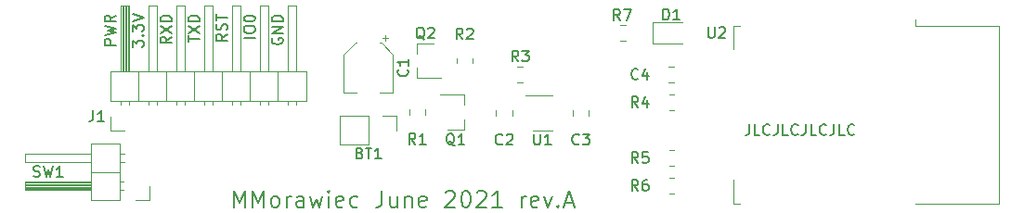
<source format=gbr>
%TF.GenerationSoftware,KiCad,Pcbnew,(5.1.10)-1*%
%TF.CreationDate,2021-06-13T23:34:16+02:00*%
%TF.ProjectId,mailbox_notifier_wifi,6d61696c-626f-4785-9f6e-6f7469666965,rev?*%
%TF.SameCoordinates,Original*%
%TF.FileFunction,Legend,Top*%
%TF.FilePolarity,Positive*%
%FSLAX46Y46*%
G04 Gerber Fmt 4.6, Leading zero omitted, Abs format (unit mm)*
G04 Created by KiCad (PCBNEW (5.1.10)-1) date 2021-06-13 23:34:16*
%MOMM*%
%LPD*%
G01*
G04 APERTURE LIST*
%ADD10C,0.150000*%
%ADD11C,0.120000*%
G04 APERTURE END LIST*
D10*
X119826428Y-98468571D02*
X119826428Y-96968571D01*
X120326428Y-98040000D01*
X120826428Y-96968571D01*
X120826428Y-98468571D01*
X121540714Y-98468571D02*
X121540714Y-96968571D01*
X122040714Y-98040000D01*
X122540714Y-96968571D01*
X122540714Y-98468571D01*
X123469285Y-98468571D02*
X123326428Y-98397142D01*
X123255000Y-98325714D01*
X123183571Y-98182857D01*
X123183571Y-97754285D01*
X123255000Y-97611428D01*
X123326428Y-97540000D01*
X123469285Y-97468571D01*
X123683571Y-97468571D01*
X123826428Y-97540000D01*
X123897857Y-97611428D01*
X123969285Y-97754285D01*
X123969285Y-98182857D01*
X123897857Y-98325714D01*
X123826428Y-98397142D01*
X123683571Y-98468571D01*
X123469285Y-98468571D01*
X124612142Y-98468571D02*
X124612142Y-97468571D01*
X124612142Y-97754285D02*
X124683571Y-97611428D01*
X124755000Y-97540000D01*
X124897857Y-97468571D01*
X125040714Y-97468571D01*
X126183571Y-98468571D02*
X126183571Y-97682857D01*
X126112142Y-97540000D01*
X125969285Y-97468571D01*
X125683571Y-97468571D01*
X125540714Y-97540000D01*
X126183571Y-98397142D02*
X126040714Y-98468571D01*
X125683571Y-98468571D01*
X125540714Y-98397142D01*
X125469285Y-98254285D01*
X125469285Y-98111428D01*
X125540714Y-97968571D01*
X125683571Y-97897142D01*
X126040714Y-97897142D01*
X126183571Y-97825714D01*
X126755000Y-97468571D02*
X127040714Y-98468571D01*
X127326428Y-97754285D01*
X127612142Y-98468571D01*
X127897857Y-97468571D01*
X128469285Y-98468571D02*
X128469285Y-97468571D01*
X128469285Y-96968571D02*
X128397857Y-97040000D01*
X128469285Y-97111428D01*
X128540714Y-97040000D01*
X128469285Y-96968571D01*
X128469285Y-97111428D01*
X129755000Y-98397142D02*
X129612142Y-98468571D01*
X129326428Y-98468571D01*
X129183571Y-98397142D01*
X129112142Y-98254285D01*
X129112142Y-97682857D01*
X129183571Y-97540000D01*
X129326428Y-97468571D01*
X129612142Y-97468571D01*
X129755000Y-97540000D01*
X129826428Y-97682857D01*
X129826428Y-97825714D01*
X129112142Y-97968571D01*
X131112142Y-98397142D02*
X130969285Y-98468571D01*
X130683571Y-98468571D01*
X130540714Y-98397142D01*
X130469285Y-98325714D01*
X130397857Y-98182857D01*
X130397857Y-97754285D01*
X130469285Y-97611428D01*
X130540714Y-97540000D01*
X130683571Y-97468571D01*
X130969285Y-97468571D01*
X131112142Y-97540000D01*
X133326428Y-96968571D02*
X133326428Y-98040000D01*
X133255000Y-98254285D01*
X133112142Y-98397142D01*
X132897857Y-98468571D01*
X132755000Y-98468571D01*
X134683571Y-97468571D02*
X134683571Y-98468571D01*
X134040714Y-97468571D02*
X134040714Y-98254285D01*
X134112142Y-98397142D01*
X134255000Y-98468571D01*
X134469285Y-98468571D01*
X134612142Y-98397142D01*
X134683571Y-98325714D01*
X135397857Y-97468571D02*
X135397857Y-98468571D01*
X135397857Y-97611428D02*
X135469285Y-97540000D01*
X135612142Y-97468571D01*
X135826428Y-97468571D01*
X135969285Y-97540000D01*
X136040714Y-97682857D01*
X136040714Y-98468571D01*
X137326428Y-98397142D02*
X137183571Y-98468571D01*
X136897857Y-98468571D01*
X136755000Y-98397142D01*
X136683571Y-98254285D01*
X136683571Y-97682857D01*
X136755000Y-97540000D01*
X136897857Y-97468571D01*
X137183571Y-97468571D01*
X137326428Y-97540000D01*
X137397857Y-97682857D01*
X137397857Y-97825714D01*
X136683571Y-97968571D01*
X139112142Y-97111428D02*
X139183571Y-97040000D01*
X139326428Y-96968571D01*
X139683571Y-96968571D01*
X139826428Y-97040000D01*
X139897857Y-97111428D01*
X139969285Y-97254285D01*
X139969285Y-97397142D01*
X139897857Y-97611428D01*
X139040714Y-98468571D01*
X139969285Y-98468571D01*
X140897857Y-96968571D02*
X141040714Y-96968571D01*
X141183571Y-97040000D01*
X141255000Y-97111428D01*
X141326428Y-97254285D01*
X141397857Y-97540000D01*
X141397857Y-97897142D01*
X141326428Y-98182857D01*
X141255000Y-98325714D01*
X141183571Y-98397142D01*
X141040714Y-98468571D01*
X140897857Y-98468571D01*
X140755000Y-98397142D01*
X140683571Y-98325714D01*
X140612142Y-98182857D01*
X140540714Y-97897142D01*
X140540714Y-97540000D01*
X140612142Y-97254285D01*
X140683571Y-97111428D01*
X140755000Y-97040000D01*
X140897857Y-96968571D01*
X141969285Y-97111428D02*
X142040714Y-97040000D01*
X142183571Y-96968571D01*
X142540714Y-96968571D01*
X142683571Y-97040000D01*
X142755000Y-97111428D01*
X142826428Y-97254285D01*
X142826428Y-97397142D01*
X142755000Y-97611428D01*
X141897857Y-98468571D01*
X142826428Y-98468571D01*
X144255000Y-98468571D02*
X143397857Y-98468571D01*
X143826428Y-98468571D02*
X143826428Y-96968571D01*
X143683571Y-97182857D01*
X143540714Y-97325714D01*
X143397857Y-97397142D01*
X146040714Y-98468571D02*
X146040714Y-97468571D01*
X146040714Y-97754285D02*
X146112142Y-97611428D01*
X146183571Y-97540000D01*
X146326428Y-97468571D01*
X146469285Y-97468571D01*
X147540714Y-98397142D02*
X147397857Y-98468571D01*
X147112142Y-98468571D01*
X146969285Y-98397142D01*
X146897857Y-98254285D01*
X146897857Y-97682857D01*
X146969285Y-97540000D01*
X147112142Y-97468571D01*
X147397857Y-97468571D01*
X147540714Y-97540000D01*
X147612142Y-97682857D01*
X147612142Y-97825714D01*
X146897857Y-97968571D01*
X148112142Y-97468571D02*
X148469285Y-98468571D01*
X148826428Y-97468571D01*
X149397857Y-98325714D02*
X149469285Y-98397142D01*
X149397857Y-98468571D01*
X149326428Y-98397142D01*
X149397857Y-98325714D01*
X149397857Y-98468571D01*
X150040714Y-98040000D02*
X150755000Y-98040000D01*
X149897857Y-98468571D02*
X150397857Y-96968571D01*
X150897857Y-98468571D01*
X166830952Y-90892380D02*
X166830952Y-91606666D01*
X166783333Y-91749523D01*
X166688095Y-91844761D01*
X166545238Y-91892380D01*
X166450000Y-91892380D01*
X167783333Y-91892380D02*
X167307142Y-91892380D01*
X167307142Y-90892380D01*
X168688095Y-91797142D02*
X168640476Y-91844761D01*
X168497619Y-91892380D01*
X168402380Y-91892380D01*
X168259523Y-91844761D01*
X168164285Y-91749523D01*
X168116666Y-91654285D01*
X168069047Y-91463809D01*
X168069047Y-91320952D01*
X168116666Y-91130476D01*
X168164285Y-91035238D01*
X168259523Y-90940000D01*
X168402380Y-90892380D01*
X168497619Y-90892380D01*
X168640476Y-90940000D01*
X168688095Y-90987619D01*
X169402380Y-90892380D02*
X169402380Y-91606666D01*
X169354761Y-91749523D01*
X169259523Y-91844761D01*
X169116666Y-91892380D01*
X169021428Y-91892380D01*
X170354761Y-91892380D02*
X169878571Y-91892380D01*
X169878571Y-90892380D01*
X171259523Y-91797142D02*
X171211904Y-91844761D01*
X171069047Y-91892380D01*
X170973809Y-91892380D01*
X170830952Y-91844761D01*
X170735714Y-91749523D01*
X170688095Y-91654285D01*
X170640476Y-91463809D01*
X170640476Y-91320952D01*
X170688095Y-91130476D01*
X170735714Y-91035238D01*
X170830952Y-90940000D01*
X170973809Y-90892380D01*
X171069047Y-90892380D01*
X171211904Y-90940000D01*
X171259523Y-90987619D01*
X171973809Y-90892380D02*
X171973809Y-91606666D01*
X171926190Y-91749523D01*
X171830952Y-91844761D01*
X171688095Y-91892380D01*
X171592857Y-91892380D01*
X172926190Y-91892380D02*
X172450000Y-91892380D01*
X172450000Y-90892380D01*
X173830952Y-91797142D02*
X173783333Y-91844761D01*
X173640476Y-91892380D01*
X173545238Y-91892380D01*
X173402380Y-91844761D01*
X173307142Y-91749523D01*
X173259523Y-91654285D01*
X173211904Y-91463809D01*
X173211904Y-91320952D01*
X173259523Y-91130476D01*
X173307142Y-91035238D01*
X173402380Y-90940000D01*
X173545238Y-90892380D01*
X173640476Y-90892380D01*
X173783333Y-90940000D01*
X173830952Y-90987619D01*
X174545238Y-90892380D02*
X174545238Y-91606666D01*
X174497619Y-91749523D01*
X174402380Y-91844761D01*
X174259523Y-91892380D01*
X174164285Y-91892380D01*
X175497619Y-91892380D02*
X175021428Y-91892380D01*
X175021428Y-90892380D01*
X176402380Y-91797142D02*
X176354761Y-91844761D01*
X176211904Y-91892380D01*
X176116666Y-91892380D01*
X175973809Y-91844761D01*
X175878571Y-91749523D01*
X175830952Y-91654285D01*
X175783333Y-91463809D01*
X175783333Y-91320952D01*
X175830952Y-91130476D01*
X175878571Y-91035238D01*
X175973809Y-90940000D01*
X176116666Y-90892380D01*
X176211904Y-90892380D01*
X176354761Y-90940000D01*
X176402380Y-90987619D01*
X123325000Y-83028214D02*
X123277380Y-83123452D01*
X123277380Y-83266309D01*
X123325000Y-83409166D01*
X123420238Y-83504404D01*
X123515476Y-83552023D01*
X123705952Y-83599642D01*
X123848809Y-83599642D01*
X124039285Y-83552023D01*
X124134523Y-83504404D01*
X124229761Y-83409166D01*
X124277380Y-83266309D01*
X124277380Y-83171071D01*
X124229761Y-83028214D01*
X124182142Y-82980595D01*
X123848809Y-82980595D01*
X123848809Y-83171071D01*
X124277380Y-82552023D02*
X123277380Y-82552023D01*
X124277380Y-81980595D01*
X123277380Y-81980595D01*
X124277380Y-81504404D02*
X123277380Y-81504404D01*
X123277380Y-81266309D01*
X123325000Y-81123452D01*
X123420238Y-81028214D01*
X123515476Y-80980595D01*
X123705952Y-80932976D01*
X123848809Y-80932976D01*
X124039285Y-80980595D01*
X124134523Y-81028214D01*
X124229761Y-81123452D01*
X124277380Y-81266309D01*
X124277380Y-81504404D01*
X121737380Y-82980595D02*
X120737380Y-82980595D01*
X120737380Y-82313928D02*
X120737380Y-82123452D01*
X120785000Y-82028214D01*
X120880238Y-81932976D01*
X121070714Y-81885357D01*
X121404047Y-81885357D01*
X121594523Y-81932976D01*
X121689761Y-82028214D01*
X121737380Y-82123452D01*
X121737380Y-82313928D01*
X121689761Y-82409166D01*
X121594523Y-82504404D01*
X121404047Y-82552023D01*
X121070714Y-82552023D01*
X120880238Y-82504404D01*
X120785000Y-82409166D01*
X120737380Y-82313928D01*
X120737380Y-81266309D02*
X120737380Y-81171071D01*
X120785000Y-81075833D01*
X120832619Y-81028214D01*
X120927857Y-80980595D01*
X121118333Y-80932976D01*
X121356428Y-80932976D01*
X121546904Y-80980595D01*
X121642142Y-81028214D01*
X121689761Y-81075833D01*
X121737380Y-81171071D01*
X121737380Y-81266309D01*
X121689761Y-81361547D01*
X121642142Y-81409166D01*
X121546904Y-81456785D01*
X121356428Y-81504404D01*
X121118333Y-81504404D01*
X120927857Y-81456785D01*
X120832619Y-81409166D01*
X120785000Y-81361547D01*
X120737380Y-81266309D01*
X119197380Y-82647261D02*
X118721190Y-82980595D01*
X119197380Y-83218690D02*
X118197380Y-83218690D01*
X118197380Y-82837738D01*
X118245000Y-82742500D01*
X118292619Y-82694880D01*
X118387857Y-82647261D01*
X118530714Y-82647261D01*
X118625952Y-82694880D01*
X118673571Y-82742500D01*
X118721190Y-82837738D01*
X118721190Y-83218690D01*
X119149761Y-82266309D02*
X119197380Y-82123452D01*
X119197380Y-81885357D01*
X119149761Y-81790119D01*
X119102142Y-81742500D01*
X119006904Y-81694880D01*
X118911666Y-81694880D01*
X118816428Y-81742500D01*
X118768809Y-81790119D01*
X118721190Y-81885357D01*
X118673571Y-82075833D01*
X118625952Y-82171071D01*
X118578333Y-82218690D01*
X118483095Y-82266309D01*
X118387857Y-82266309D01*
X118292619Y-82218690D01*
X118245000Y-82171071D01*
X118197380Y-82075833D01*
X118197380Y-81837738D01*
X118245000Y-81694880D01*
X118197380Y-81409166D02*
X118197380Y-80837738D01*
X119197380Y-81123452D02*
X118197380Y-81123452D01*
X114117380Y-82885357D02*
X113641190Y-83218690D01*
X114117380Y-83456785D02*
X113117380Y-83456785D01*
X113117380Y-83075833D01*
X113165000Y-82980595D01*
X113212619Y-82932976D01*
X113307857Y-82885357D01*
X113450714Y-82885357D01*
X113545952Y-82932976D01*
X113593571Y-82980595D01*
X113641190Y-83075833D01*
X113641190Y-83456785D01*
X113117380Y-82552023D02*
X114117380Y-81885357D01*
X113117380Y-81885357D02*
X114117380Y-82552023D01*
X114117380Y-81504404D02*
X113117380Y-81504404D01*
X113117380Y-81266309D01*
X113165000Y-81123452D01*
X113260238Y-81028214D01*
X113355476Y-80980595D01*
X113545952Y-80932976D01*
X113688809Y-80932976D01*
X113879285Y-80980595D01*
X113974523Y-81028214D01*
X114069761Y-81123452D01*
X114117380Y-81266309D01*
X114117380Y-81504404D01*
X115657380Y-83361547D02*
X115657380Y-82790119D01*
X116657380Y-83075833D02*
X115657380Y-83075833D01*
X115657380Y-82552023D02*
X116657380Y-81885357D01*
X115657380Y-81885357D02*
X116657380Y-82552023D01*
X116657380Y-81504404D02*
X115657380Y-81504404D01*
X115657380Y-81266309D01*
X115705000Y-81123452D01*
X115800238Y-81028214D01*
X115895476Y-80980595D01*
X116085952Y-80932976D01*
X116228809Y-80932976D01*
X116419285Y-80980595D01*
X116514523Y-81028214D01*
X116609761Y-81123452D01*
X116657380Y-81266309D01*
X116657380Y-81504404D01*
X110577380Y-83837738D02*
X110577380Y-83218690D01*
X110958333Y-83552023D01*
X110958333Y-83409166D01*
X111005952Y-83313928D01*
X111053571Y-83266309D01*
X111148809Y-83218690D01*
X111386904Y-83218690D01*
X111482142Y-83266309D01*
X111529761Y-83313928D01*
X111577380Y-83409166D01*
X111577380Y-83694880D01*
X111529761Y-83790119D01*
X111482142Y-83837738D01*
X111482142Y-82790119D02*
X111529761Y-82742500D01*
X111577380Y-82790119D01*
X111529761Y-82837738D01*
X111482142Y-82790119D01*
X111577380Y-82790119D01*
X110577380Y-82409166D02*
X110577380Y-81790119D01*
X110958333Y-82123452D01*
X110958333Y-81980595D01*
X111005952Y-81885357D01*
X111053571Y-81837738D01*
X111148809Y-81790119D01*
X111386904Y-81790119D01*
X111482142Y-81837738D01*
X111529761Y-81885357D01*
X111577380Y-81980595D01*
X111577380Y-82266309D01*
X111529761Y-82361547D01*
X111482142Y-82409166D01*
X110577380Y-81504404D02*
X111577380Y-81171071D01*
X110577380Y-80837738D01*
X109037380Y-83647261D02*
X108037380Y-83647261D01*
X108037380Y-83266309D01*
X108085000Y-83171071D01*
X108132619Y-83123452D01*
X108227857Y-83075833D01*
X108370714Y-83075833D01*
X108465952Y-83123452D01*
X108513571Y-83171071D01*
X108561190Y-83266309D01*
X108561190Y-83647261D01*
X108037380Y-82742500D02*
X109037380Y-82504404D01*
X108323095Y-82313928D01*
X109037380Y-82123452D01*
X108037380Y-81885357D01*
X109037380Y-80932976D02*
X108561190Y-81266309D01*
X109037380Y-81504404D02*
X108037380Y-81504404D01*
X108037380Y-81123452D01*
X108085000Y-81028214D01*
X108132619Y-80980595D01*
X108227857Y-80932976D01*
X108370714Y-80932976D01*
X108465952Y-80980595D01*
X108513571Y-81028214D01*
X108561190Y-81123452D01*
X108561190Y-81504404D01*
D11*
%TO.C,C1*%
X129820000Y-87985000D02*
X131020000Y-87985000D01*
X134340000Y-87985000D02*
X133140000Y-87985000D01*
X134340000Y-84529437D02*
X134340000Y-87985000D01*
X129820000Y-84529437D02*
X129820000Y-87985000D01*
X130884437Y-83465000D02*
X131020000Y-83465000D01*
X133275563Y-83465000D02*
X133140000Y-83465000D01*
X133275563Y-83465000D02*
X134340000Y-84529437D01*
X130884437Y-83465000D02*
X129820000Y-84529437D01*
X133640000Y-82725000D02*
X133640000Y-83225000D01*
X133890000Y-82975000D02*
X133390000Y-82975000D01*
%TO.C,J1*%
X108525000Y-88730000D02*
X126425000Y-88730000D01*
X126425000Y-88730000D02*
X126425000Y-86070000D01*
X126425000Y-86070000D02*
X108525000Y-86070000D01*
X108525000Y-86070000D02*
X108525000Y-88730000D01*
X109475000Y-86070000D02*
X109475000Y-80070000D01*
X109475000Y-80070000D02*
X110235000Y-80070000D01*
X110235000Y-80070000D02*
X110235000Y-86070000D01*
X109535000Y-86070000D02*
X109535000Y-80070000D01*
X109655000Y-86070000D02*
X109655000Y-80070000D01*
X109775000Y-86070000D02*
X109775000Y-80070000D01*
X109895000Y-86070000D02*
X109895000Y-80070000D01*
X110015000Y-86070000D02*
X110015000Y-80070000D01*
X110135000Y-86070000D02*
X110135000Y-80070000D01*
X109475000Y-89060000D02*
X109475000Y-88730000D01*
X110235000Y-89060000D02*
X110235000Y-88730000D01*
X111125000Y-88730000D02*
X111125000Y-86070000D01*
X112015000Y-86070000D02*
X112015000Y-80070000D01*
X112015000Y-80070000D02*
X112775000Y-80070000D01*
X112775000Y-80070000D02*
X112775000Y-86070000D01*
X112015000Y-89127071D02*
X112015000Y-88730000D01*
X112775000Y-89127071D02*
X112775000Y-88730000D01*
X113665000Y-88730000D02*
X113665000Y-86070000D01*
X114555000Y-86070000D02*
X114555000Y-80070000D01*
X114555000Y-80070000D02*
X115315000Y-80070000D01*
X115315000Y-80070000D02*
X115315000Y-86070000D01*
X114555000Y-89127071D02*
X114555000Y-88730000D01*
X115315000Y-89127071D02*
X115315000Y-88730000D01*
X116205000Y-88730000D02*
X116205000Y-86070000D01*
X117095000Y-86070000D02*
X117095000Y-80070000D01*
X117095000Y-80070000D02*
X117855000Y-80070000D01*
X117855000Y-80070000D02*
X117855000Y-86070000D01*
X117095000Y-89127071D02*
X117095000Y-88730000D01*
X117855000Y-89127071D02*
X117855000Y-88730000D01*
X118745000Y-88730000D02*
X118745000Y-86070000D01*
X119635000Y-86070000D02*
X119635000Y-80070000D01*
X119635000Y-80070000D02*
X120395000Y-80070000D01*
X120395000Y-80070000D02*
X120395000Y-86070000D01*
X119635000Y-89127071D02*
X119635000Y-88730000D01*
X120395000Y-89127071D02*
X120395000Y-88730000D01*
X121285000Y-88730000D02*
X121285000Y-86070000D01*
X122175000Y-86070000D02*
X122175000Y-80070000D01*
X122175000Y-80070000D02*
X122935000Y-80070000D01*
X122935000Y-80070000D02*
X122935000Y-86070000D01*
X122175000Y-89127071D02*
X122175000Y-88730000D01*
X122935000Y-89127071D02*
X122935000Y-88730000D01*
X123825000Y-88730000D02*
X123825000Y-86070000D01*
X124715000Y-86070000D02*
X124715000Y-80070000D01*
X124715000Y-80070000D02*
X125475000Y-80070000D01*
X125475000Y-80070000D02*
X125475000Y-86070000D01*
X124715000Y-89127071D02*
X124715000Y-88730000D01*
X125475000Y-89127071D02*
X125475000Y-88730000D01*
X109855000Y-91440000D02*
X108585000Y-91440000D01*
X108585000Y-91440000D02*
X108585000Y-90170000D01*
%TO.C,BT1*%
X129480000Y-90110000D02*
X129480000Y-92770000D01*
X132080000Y-90110000D02*
X129480000Y-90110000D01*
X132080000Y-92770000D02*
X129480000Y-92770000D01*
X132080000Y-90110000D02*
X132080000Y-92770000D01*
X133350000Y-90110000D02*
X134680000Y-90110000D01*
X134680000Y-90110000D02*
X134680000Y-91440000D01*
%TO.C,SW1*%
X112141000Y-97790000D02*
X110871000Y-97790000D01*
X112141000Y-96520000D02*
X112141000Y-97790000D01*
X109828071Y-93600000D02*
X109431000Y-93600000D01*
X109828071Y-94360000D02*
X109431000Y-94360000D01*
X100771000Y-93600000D02*
X106771000Y-93600000D01*
X100771000Y-94360000D02*
X100771000Y-93600000D01*
X106771000Y-94360000D02*
X100771000Y-94360000D01*
X109431000Y-95250000D02*
X106771000Y-95250000D01*
X109761000Y-96140000D02*
X109431000Y-96140000D01*
X109761000Y-96900000D02*
X109431000Y-96900000D01*
X106771000Y-96240000D02*
X100771000Y-96240000D01*
X106771000Y-96360000D02*
X100771000Y-96360000D01*
X106771000Y-96480000D02*
X100771000Y-96480000D01*
X106771000Y-96600000D02*
X100771000Y-96600000D01*
X106771000Y-96720000D02*
X100771000Y-96720000D01*
X106771000Y-96840000D02*
X100771000Y-96840000D01*
X100771000Y-96140000D02*
X106771000Y-96140000D01*
X100771000Y-96900000D02*
X100771000Y-96140000D01*
X106771000Y-96900000D02*
X100771000Y-96900000D01*
X106771000Y-97850000D02*
X109431000Y-97850000D01*
X106771000Y-92650000D02*
X106771000Y-97850000D01*
X109431000Y-92650000D02*
X106771000Y-92650000D01*
X109431000Y-97850000D02*
X109431000Y-92650000D01*
%TO.C,U2*%
X182000000Y-81880000D02*
X182000000Y-81270000D01*
X182000000Y-81880000D02*
X189620000Y-81880000D01*
X165380000Y-81880000D02*
X166000000Y-81880000D01*
X165380000Y-84000000D02*
X165380000Y-81880000D01*
X165380000Y-98120000D02*
X165380000Y-96000000D01*
X166000000Y-98120000D02*
X165380000Y-98120000D01*
X189620000Y-98120000D02*
X182000000Y-98120000D01*
X189620000Y-81880000D02*
X189620000Y-98120000D01*
%TO.C,U1*%
X148865000Y-88245000D02*
X146415000Y-88245000D01*
X147065000Y-91465000D02*
X148865000Y-91465000D01*
%TO.C,R7*%
X155070436Y-83285000D02*
X155524564Y-83285000D01*
X155070436Y-81815000D02*
X155524564Y-81815000D01*
%TO.C,R6*%
X159969564Y-95785000D02*
X159515436Y-95785000D01*
X159969564Y-97255000D02*
X159515436Y-97255000D01*
%TO.C,R5*%
X159515436Y-94715000D02*
X159969564Y-94715000D01*
X159515436Y-93245000D02*
X159969564Y-93245000D01*
%TO.C,R4*%
X159515436Y-89635000D02*
X159969564Y-89635000D01*
X159515436Y-88165000D02*
X159969564Y-88165000D01*
%TO.C,R3*%
X146126564Y-85625000D02*
X145672436Y-85625000D01*
X146126564Y-87095000D02*
X145672436Y-87095000D01*
%TO.C,R2*%
X141578000Y-84839436D02*
X141578000Y-85293564D01*
X140108000Y-84839436D02*
X140108000Y-85293564D01*
%TO.C,R1*%
X137260000Y-89992564D02*
X137260000Y-89538436D01*
X135790000Y-89992564D02*
X135790000Y-89538436D01*
%TO.C,Q2*%
X136527000Y-83510000D02*
X136527000Y-84440000D01*
X136527000Y-86670000D02*
X136527000Y-85740000D01*
X136527000Y-86670000D02*
X138687000Y-86670000D01*
X136527000Y-83510000D02*
X137987000Y-83510000D01*
%TO.C,Q1*%
X140795000Y-91369000D02*
X139335000Y-91369000D01*
X140795000Y-88209000D02*
X138635000Y-88209000D01*
X140795000Y-88209000D02*
X140795000Y-89139000D01*
X140795000Y-91369000D02*
X140795000Y-90439000D01*
%TO.C,D1*%
X158002500Y-83510000D02*
X160687500Y-83510000D01*
X158002500Y-81590000D02*
X158002500Y-83510000D01*
X160687500Y-81590000D02*
X158002500Y-81590000D01*
%TO.C,C4*%
X159966252Y-85625000D02*
X159443748Y-85625000D01*
X159966252Y-87095000D02*
X159443748Y-87095000D01*
%TO.C,C3*%
X150730000Y-89593748D02*
X150730000Y-90116252D01*
X152200000Y-89593748D02*
X152200000Y-90116252D01*
%TO.C,C2*%
X143730000Y-89593748D02*
X143730000Y-90116252D01*
X145200000Y-89593748D02*
X145200000Y-90116252D01*
%TO.C,C1*%
D10*
X135637142Y-85891666D02*
X135684761Y-85939285D01*
X135732380Y-86082142D01*
X135732380Y-86177380D01*
X135684761Y-86320238D01*
X135589523Y-86415476D01*
X135494285Y-86463095D01*
X135303809Y-86510714D01*
X135160952Y-86510714D01*
X134970476Y-86463095D01*
X134875238Y-86415476D01*
X134780000Y-86320238D01*
X134732380Y-86177380D01*
X134732380Y-86082142D01*
X134780000Y-85939285D01*
X134827619Y-85891666D01*
X135732380Y-84939285D02*
X135732380Y-85510714D01*
X135732380Y-85225000D02*
X134732380Y-85225000D01*
X134875238Y-85320238D01*
X134970476Y-85415476D01*
X135018095Y-85510714D01*
%TO.C,J1*%
X106981666Y-89622380D02*
X106981666Y-90336666D01*
X106934047Y-90479523D01*
X106838809Y-90574761D01*
X106695952Y-90622380D01*
X106600714Y-90622380D01*
X107981666Y-90622380D02*
X107410238Y-90622380D01*
X107695952Y-90622380D02*
X107695952Y-89622380D01*
X107600714Y-89765238D01*
X107505476Y-89860476D01*
X107410238Y-89908095D01*
%TO.C,BT1*%
X131294285Y-93527571D02*
X131437142Y-93575190D01*
X131484761Y-93622809D01*
X131532380Y-93718047D01*
X131532380Y-93860904D01*
X131484761Y-93956142D01*
X131437142Y-94003761D01*
X131341904Y-94051380D01*
X130960952Y-94051380D01*
X130960952Y-93051380D01*
X131294285Y-93051380D01*
X131389523Y-93099000D01*
X131437142Y-93146619D01*
X131484761Y-93241857D01*
X131484761Y-93337095D01*
X131437142Y-93432333D01*
X131389523Y-93479952D01*
X131294285Y-93527571D01*
X130960952Y-93527571D01*
X131818095Y-93051380D02*
X132389523Y-93051380D01*
X132103809Y-94051380D02*
X132103809Y-93051380D01*
X133246666Y-94051380D02*
X132675238Y-94051380D01*
X132960952Y-94051380D02*
X132960952Y-93051380D01*
X132865714Y-93194238D01*
X132770476Y-93289476D01*
X132675238Y-93337095D01*
%TO.C,SW1*%
X101536666Y-95654761D02*
X101679523Y-95702380D01*
X101917619Y-95702380D01*
X102012857Y-95654761D01*
X102060476Y-95607142D01*
X102108095Y-95511904D01*
X102108095Y-95416666D01*
X102060476Y-95321428D01*
X102012857Y-95273809D01*
X101917619Y-95226190D01*
X101727142Y-95178571D01*
X101631904Y-95130952D01*
X101584285Y-95083333D01*
X101536666Y-94988095D01*
X101536666Y-94892857D01*
X101584285Y-94797619D01*
X101631904Y-94750000D01*
X101727142Y-94702380D01*
X101965238Y-94702380D01*
X102108095Y-94750000D01*
X102441428Y-94702380D02*
X102679523Y-95702380D01*
X102870000Y-94988095D01*
X103060476Y-95702380D01*
X103298571Y-94702380D01*
X104203333Y-95702380D02*
X103631904Y-95702380D01*
X103917619Y-95702380D02*
X103917619Y-94702380D01*
X103822380Y-94845238D01*
X103727142Y-94940476D01*
X103631904Y-94988095D01*
%TO.C,U2*%
X163068095Y-82002380D02*
X163068095Y-82811904D01*
X163115714Y-82907142D01*
X163163333Y-82954761D01*
X163258571Y-83002380D01*
X163449047Y-83002380D01*
X163544285Y-82954761D01*
X163591904Y-82907142D01*
X163639523Y-82811904D01*
X163639523Y-82002380D01*
X164068095Y-82097619D02*
X164115714Y-82050000D01*
X164210952Y-82002380D01*
X164449047Y-82002380D01*
X164544285Y-82050000D01*
X164591904Y-82097619D01*
X164639523Y-82192857D01*
X164639523Y-82288095D01*
X164591904Y-82430952D01*
X164020476Y-83002380D01*
X164639523Y-83002380D01*
%TO.C,U1*%
X147193095Y-91781380D02*
X147193095Y-92590904D01*
X147240714Y-92686142D01*
X147288333Y-92733761D01*
X147383571Y-92781380D01*
X147574047Y-92781380D01*
X147669285Y-92733761D01*
X147716904Y-92686142D01*
X147764523Y-92590904D01*
X147764523Y-91781380D01*
X148764523Y-92781380D02*
X148193095Y-92781380D01*
X148478809Y-92781380D02*
X148478809Y-91781380D01*
X148383571Y-91924238D01*
X148288333Y-92019476D01*
X148193095Y-92067095D01*
%TO.C,R7*%
X155043333Y-81402380D02*
X154710000Y-80926190D01*
X154471904Y-81402380D02*
X154471904Y-80402380D01*
X154852857Y-80402380D01*
X154948095Y-80450000D01*
X154995714Y-80497619D01*
X155043333Y-80592857D01*
X155043333Y-80735714D01*
X154995714Y-80830952D01*
X154948095Y-80878571D01*
X154852857Y-80926190D01*
X154471904Y-80926190D01*
X155376666Y-80402380D02*
X156043333Y-80402380D01*
X155614761Y-81402380D01*
%TO.C,R6*%
X156678333Y-96972380D02*
X156345000Y-96496190D01*
X156106904Y-96972380D02*
X156106904Y-95972380D01*
X156487857Y-95972380D01*
X156583095Y-96020000D01*
X156630714Y-96067619D01*
X156678333Y-96162857D01*
X156678333Y-96305714D01*
X156630714Y-96400952D01*
X156583095Y-96448571D01*
X156487857Y-96496190D01*
X156106904Y-96496190D01*
X157535476Y-95972380D02*
X157345000Y-95972380D01*
X157249761Y-96020000D01*
X157202142Y-96067619D01*
X157106904Y-96210476D01*
X157059285Y-96400952D01*
X157059285Y-96781904D01*
X157106904Y-96877142D01*
X157154523Y-96924761D01*
X157249761Y-96972380D01*
X157440238Y-96972380D01*
X157535476Y-96924761D01*
X157583095Y-96877142D01*
X157630714Y-96781904D01*
X157630714Y-96543809D01*
X157583095Y-96448571D01*
X157535476Y-96400952D01*
X157440238Y-96353333D01*
X157249761Y-96353333D01*
X157154523Y-96400952D01*
X157106904Y-96448571D01*
X157059285Y-96543809D01*
%TO.C,R5*%
X156678333Y-94432380D02*
X156345000Y-93956190D01*
X156106904Y-94432380D02*
X156106904Y-93432380D01*
X156487857Y-93432380D01*
X156583095Y-93480000D01*
X156630714Y-93527619D01*
X156678333Y-93622857D01*
X156678333Y-93765714D01*
X156630714Y-93860952D01*
X156583095Y-93908571D01*
X156487857Y-93956190D01*
X156106904Y-93956190D01*
X157583095Y-93432380D02*
X157106904Y-93432380D01*
X157059285Y-93908571D01*
X157106904Y-93860952D01*
X157202142Y-93813333D01*
X157440238Y-93813333D01*
X157535476Y-93860952D01*
X157583095Y-93908571D01*
X157630714Y-94003809D01*
X157630714Y-94241904D01*
X157583095Y-94337142D01*
X157535476Y-94384761D01*
X157440238Y-94432380D01*
X157202142Y-94432380D01*
X157106904Y-94384761D01*
X157059285Y-94337142D01*
%TO.C,R4*%
X156678333Y-89352380D02*
X156345000Y-88876190D01*
X156106904Y-89352380D02*
X156106904Y-88352380D01*
X156487857Y-88352380D01*
X156583095Y-88400000D01*
X156630714Y-88447619D01*
X156678333Y-88542857D01*
X156678333Y-88685714D01*
X156630714Y-88780952D01*
X156583095Y-88828571D01*
X156487857Y-88876190D01*
X156106904Y-88876190D01*
X157535476Y-88685714D02*
X157535476Y-89352380D01*
X157297380Y-88304761D02*
X157059285Y-89019047D01*
X157678333Y-89019047D01*
%TO.C,R3*%
X145756333Y-85161380D02*
X145423000Y-84685190D01*
X145184904Y-85161380D02*
X145184904Y-84161380D01*
X145565857Y-84161380D01*
X145661095Y-84209000D01*
X145708714Y-84256619D01*
X145756333Y-84351857D01*
X145756333Y-84494714D01*
X145708714Y-84589952D01*
X145661095Y-84637571D01*
X145565857Y-84685190D01*
X145184904Y-84685190D01*
X146089666Y-84161380D02*
X146708714Y-84161380D01*
X146375380Y-84542333D01*
X146518238Y-84542333D01*
X146613476Y-84589952D01*
X146661095Y-84637571D01*
X146708714Y-84732809D01*
X146708714Y-84970904D01*
X146661095Y-85066142D01*
X146613476Y-85113761D01*
X146518238Y-85161380D01*
X146232523Y-85161380D01*
X146137285Y-85113761D01*
X146089666Y-85066142D01*
%TO.C,R2*%
X140676333Y-83118880D02*
X140343000Y-82642690D01*
X140104904Y-83118880D02*
X140104904Y-82118880D01*
X140485857Y-82118880D01*
X140581095Y-82166500D01*
X140628714Y-82214119D01*
X140676333Y-82309357D01*
X140676333Y-82452214D01*
X140628714Y-82547452D01*
X140581095Y-82595071D01*
X140485857Y-82642690D01*
X140104904Y-82642690D01*
X141057285Y-82214119D02*
X141104904Y-82166500D01*
X141200142Y-82118880D01*
X141438238Y-82118880D01*
X141533476Y-82166500D01*
X141581095Y-82214119D01*
X141628714Y-82309357D01*
X141628714Y-82404595D01*
X141581095Y-82547452D01*
X141009666Y-83118880D01*
X141628714Y-83118880D01*
%TO.C,R1*%
X136358333Y-92717880D02*
X136025000Y-92241690D01*
X135786904Y-92717880D02*
X135786904Y-91717880D01*
X136167857Y-91717880D01*
X136263095Y-91765500D01*
X136310714Y-91813119D01*
X136358333Y-91908357D01*
X136358333Y-92051214D01*
X136310714Y-92146452D01*
X136263095Y-92194071D01*
X136167857Y-92241690D01*
X135786904Y-92241690D01*
X137310714Y-92717880D02*
X136739285Y-92717880D01*
X137025000Y-92717880D02*
X137025000Y-91717880D01*
X136929761Y-91860738D01*
X136834523Y-91955976D01*
X136739285Y-92003595D01*
%TO.C,Q2*%
X137191761Y-83137619D02*
X137096523Y-83090000D01*
X137001285Y-82994761D01*
X136858428Y-82851904D01*
X136763190Y-82804285D01*
X136667952Y-82804285D01*
X136715571Y-83042380D02*
X136620333Y-82994761D01*
X136525095Y-82899523D01*
X136477476Y-82709047D01*
X136477476Y-82375714D01*
X136525095Y-82185238D01*
X136620333Y-82090000D01*
X136715571Y-82042380D01*
X136906047Y-82042380D01*
X137001285Y-82090000D01*
X137096523Y-82185238D01*
X137144142Y-82375714D01*
X137144142Y-82709047D01*
X137096523Y-82899523D01*
X137001285Y-82994761D01*
X136906047Y-83042380D01*
X136715571Y-83042380D01*
X137525095Y-82137619D02*
X137572714Y-82090000D01*
X137667952Y-82042380D01*
X137906047Y-82042380D01*
X138001285Y-82090000D01*
X138048904Y-82137619D01*
X138096523Y-82232857D01*
X138096523Y-82328095D01*
X138048904Y-82470952D01*
X137477476Y-83042380D01*
X138096523Y-83042380D01*
%TO.C,Q1*%
X139939761Y-92836619D02*
X139844523Y-92789000D01*
X139749285Y-92693761D01*
X139606428Y-92550904D01*
X139511190Y-92503285D01*
X139415952Y-92503285D01*
X139463571Y-92741380D02*
X139368333Y-92693761D01*
X139273095Y-92598523D01*
X139225476Y-92408047D01*
X139225476Y-92074714D01*
X139273095Y-91884238D01*
X139368333Y-91789000D01*
X139463571Y-91741380D01*
X139654047Y-91741380D01*
X139749285Y-91789000D01*
X139844523Y-91884238D01*
X139892142Y-92074714D01*
X139892142Y-92408047D01*
X139844523Y-92598523D01*
X139749285Y-92693761D01*
X139654047Y-92741380D01*
X139463571Y-92741380D01*
X140844523Y-92741380D02*
X140273095Y-92741380D01*
X140558809Y-92741380D02*
X140558809Y-91741380D01*
X140463571Y-91884238D01*
X140368333Y-91979476D01*
X140273095Y-92027095D01*
%TO.C,D1*%
X158949404Y-81352380D02*
X158949404Y-80352380D01*
X159187500Y-80352380D01*
X159330357Y-80400000D01*
X159425595Y-80495238D01*
X159473214Y-80590476D01*
X159520833Y-80780952D01*
X159520833Y-80923809D01*
X159473214Y-81114285D01*
X159425595Y-81209523D01*
X159330357Y-81304761D01*
X159187500Y-81352380D01*
X158949404Y-81352380D01*
X160473214Y-81352380D02*
X159901785Y-81352380D01*
X160187500Y-81352380D02*
X160187500Y-80352380D01*
X160092261Y-80495238D01*
X159997023Y-80590476D01*
X159901785Y-80638095D01*
%TO.C,C4*%
X156678333Y-86717142D02*
X156630714Y-86764761D01*
X156487857Y-86812380D01*
X156392619Y-86812380D01*
X156249761Y-86764761D01*
X156154523Y-86669523D01*
X156106904Y-86574285D01*
X156059285Y-86383809D01*
X156059285Y-86240952D01*
X156106904Y-86050476D01*
X156154523Y-85955238D01*
X156249761Y-85860000D01*
X156392619Y-85812380D01*
X156487857Y-85812380D01*
X156630714Y-85860000D01*
X156678333Y-85907619D01*
X157535476Y-86145714D02*
X157535476Y-86812380D01*
X157297380Y-85764761D02*
X157059285Y-86479047D01*
X157678333Y-86479047D01*
%TO.C,C3*%
X151298333Y-92686142D02*
X151250714Y-92733761D01*
X151107857Y-92781380D01*
X151012619Y-92781380D01*
X150869761Y-92733761D01*
X150774523Y-92638523D01*
X150726904Y-92543285D01*
X150679285Y-92352809D01*
X150679285Y-92209952D01*
X150726904Y-92019476D01*
X150774523Y-91924238D01*
X150869761Y-91829000D01*
X151012619Y-91781380D01*
X151107857Y-91781380D01*
X151250714Y-91829000D01*
X151298333Y-91876619D01*
X151631666Y-91781380D02*
X152250714Y-91781380D01*
X151917380Y-92162333D01*
X152060238Y-92162333D01*
X152155476Y-92209952D01*
X152203095Y-92257571D01*
X152250714Y-92352809D01*
X152250714Y-92590904D01*
X152203095Y-92686142D01*
X152155476Y-92733761D01*
X152060238Y-92781380D01*
X151774523Y-92781380D01*
X151679285Y-92733761D01*
X151631666Y-92686142D01*
%TO.C,C2*%
X144298333Y-92686142D02*
X144250714Y-92733761D01*
X144107857Y-92781380D01*
X144012619Y-92781380D01*
X143869761Y-92733761D01*
X143774523Y-92638523D01*
X143726904Y-92543285D01*
X143679285Y-92352809D01*
X143679285Y-92209952D01*
X143726904Y-92019476D01*
X143774523Y-91924238D01*
X143869761Y-91829000D01*
X144012619Y-91781380D01*
X144107857Y-91781380D01*
X144250714Y-91829000D01*
X144298333Y-91876619D01*
X144679285Y-91876619D02*
X144726904Y-91829000D01*
X144822142Y-91781380D01*
X145060238Y-91781380D01*
X145155476Y-91829000D01*
X145203095Y-91876619D01*
X145250714Y-91971857D01*
X145250714Y-92067095D01*
X145203095Y-92209952D01*
X144631666Y-92781380D01*
X145250714Y-92781380D01*
%TD*%
M02*

</source>
